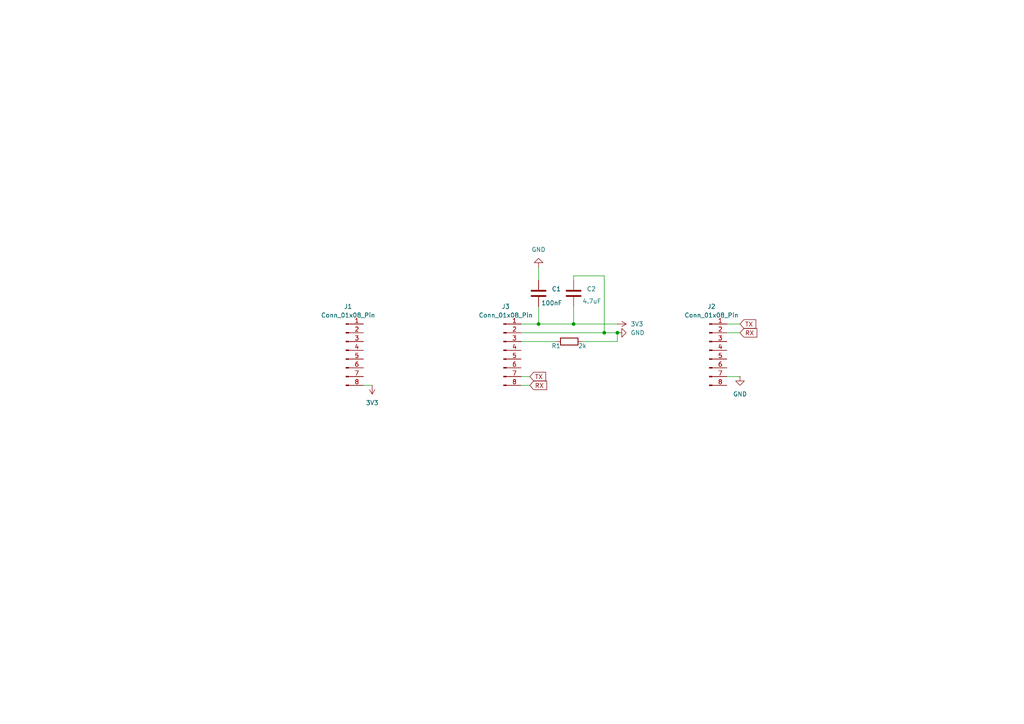
<source format=kicad_sch>
(kicad_sch
	(version 20250114)
	(generator "eeschema")
	(generator_version "9.0")
	(uuid "6fdfabde-dace-49e2-be1e-6bcc05afea3d")
	(paper "A4")
	(lib_symbols
		(symbol "Connector:Conn_01x08_Pin"
			(pin_names
				(offset 1.016)
				(hide yes)
			)
			(exclude_from_sim no)
			(in_bom yes)
			(on_board yes)
			(property "Reference" "J"
				(at 0 10.16 0)
				(effects
					(font
						(size 1.27 1.27)
					)
				)
			)
			(property "Value" "Conn_01x08_Pin"
				(at 0 -12.7 0)
				(effects
					(font
						(size 1.27 1.27)
					)
				)
			)
			(property "Footprint" ""
				(at 0 0 0)
				(effects
					(font
						(size 1.27 1.27)
					)
					(hide yes)
				)
			)
			(property "Datasheet" "~"
				(at 0 0 0)
				(effects
					(font
						(size 1.27 1.27)
					)
					(hide yes)
				)
			)
			(property "Description" "Generic connector, single row, 01x08, script generated"
				(at 0 0 0)
				(effects
					(font
						(size 1.27 1.27)
					)
					(hide yes)
				)
			)
			(property "ki_locked" ""
				(at 0 0 0)
				(effects
					(font
						(size 1.27 1.27)
					)
				)
			)
			(property "ki_keywords" "connector"
				(at 0 0 0)
				(effects
					(font
						(size 1.27 1.27)
					)
					(hide yes)
				)
			)
			(property "ki_fp_filters" "Connector*:*_1x??_*"
				(at 0 0 0)
				(effects
					(font
						(size 1.27 1.27)
					)
					(hide yes)
				)
			)
			(symbol "Conn_01x08_Pin_1_1"
				(rectangle
					(start 0.8636 7.747)
					(end 0 7.493)
					(stroke
						(width 0.1524)
						(type default)
					)
					(fill
						(type outline)
					)
				)
				(rectangle
					(start 0.8636 5.207)
					(end 0 4.953)
					(stroke
						(width 0.1524)
						(type default)
					)
					(fill
						(type outline)
					)
				)
				(rectangle
					(start 0.8636 2.667)
					(end 0 2.413)
					(stroke
						(width 0.1524)
						(type default)
					)
					(fill
						(type outline)
					)
				)
				(rectangle
					(start 0.8636 0.127)
					(end 0 -0.127)
					(stroke
						(width 0.1524)
						(type default)
					)
					(fill
						(type outline)
					)
				)
				(rectangle
					(start 0.8636 -2.413)
					(end 0 -2.667)
					(stroke
						(width 0.1524)
						(type default)
					)
					(fill
						(type outline)
					)
				)
				(rectangle
					(start 0.8636 -4.953)
					(end 0 -5.207)
					(stroke
						(width 0.1524)
						(type default)
					)
					(fill
						(type outline)
					)
				)
				(rectangle
					(start 0.8636 -7.493)
					(end 0 -7.747)
					(stroke
						(width 0.1524)
						(type default)
					)
					(fill
						(type outline)
					)
				)
				(rectangle
					(start 0.8636 -10.033)
					(end 0 -10.287)
					(stroke
						(width 0.1524)
						(type default)
					)
					(fill
						(type outline)
					)
				)
				(polyline
					(pts
						(xy 1.27 7.62) (xy 0.8636 7.62)
					)
					(stroke
						(width 0.1524)
						(type default)
					)
					(fill
						(type none)
					)
				)
				(polyline
					(pts
						(xy 1.27 5.08) (xy 0.8636 5.08)
					)
					(stroke
						(width 0.1524)
						(type default)
					)
					(fill
						(type none)
					)
				)
				(polyline
					(pts
						(xy 1.27 2.54) (xy 0.8636 2.54)
					)
					(stroke
						(width 0.1524)
						(type default)
					)
					(fill
						(type none)
					)
				)
				(polyline
					(pts
						(xy 1.27 0) (xy 0.8636 0)
					)
					(stroke
						(width 0.1524)
						(type default)
					)
					(fill
						(type none)
					)
				)
				(polyline
					(pts
						(xy 1.27 -2.54) (xy 0.8636 -2.54)
					)
					(stroke
						(width 0.1524)
						(type default)
					)
					(fill
						(type none)
					)
				)
				(polyline
					(pts
						(xy 1.27 -5.08) (xy 0.8636 -5.08)
					)
					(stroke
						(width 0.1524)
						(type default)
					)
					(fill
						(type none)
					)
				)
				(polyline
					(pts
						(xy 1.27 -7.62) (xy 0.8636 -7.62)
					)
					(stroke
						(width 0.1524)
						(type default)
					)
					(fill
						(type none)
					)
				)
				(polyline
					(pts
						(xy 1.27 -10.16) (xy 0.8636 -10.16)
					)
					(stroke
						(width 0.1524)
						(type default)
					)
					(fill
						(type none)
					)
				)
				(pin passive line
					(at 5.08 7.62 180)
					(length 3.81)
					(name "Pin_1"
						(effects
							(font
								(size 1.27 1.27)
							)
						)
					)
					(number "1"
						(effects
							(font
								(size 1.27 1.27)
							)
						)
					)
				)
				(pin passive line
					(at 5.08 5.08 180)
					(length 3.81)
					(name "Pin_2"
						(effects
							(font
								(size 1.27 1.27)
							)
						)
					)
					(number "2"
						(effects
							(font
								(size 1.27 1.27)
							)
						)
					)
				)
				(pin passive line
					(at 5.08 2.54 180)
					(length 3.81)
					(name "Pin_3"
						(effects
							(font
								(size 1.27 1.27)
							)
						)
					)
					(number "3"
						(effects
							(font
								(size 1.27 1.27)
							)
						)
					)
				)
				(pin passive line
					(at 5.08 0 180)
					(length 3.81)
					(name "Pin_4"
						(effects
							(font
								(size 1.27 1.27)
							)
						)
					)
					(number "4"
						(effects
							(font
								(size 1.27 1.27)
							)
						)
					)
				)
				(pin passive line
					(at 5.08 -2.54 180)
					(length 3.81)
					(name "Pin_5"
						(effects
							(font
								(size 1.27 1.27)
							)
						)
					)
					(number "5"
						(effects
							(font
								(size 1.27 1.27)
							)
						)
					)
				)
				(pin passive line
					(at 5.08 -5.08 180)
					(length 3.81)
					(name "Pin_6"
						(effects
							(font
								(size 1.27 1.27)
							)
						)
					)
					(number "6"
						(effects
							(font
								(size 1.27 1.27)
							)
						)
					)
				)
				(pin passive line
					(at 5.08 -7.62 180)
					(length 3.81)
					(name "Pin_7"
						(effects
							(font
								(size 1.27 1.27)
							)
						)
					)
					(number "7"
						(effects
							(font
								(size 1.27 1.27)
							)
						)
					)
				)
				(pin passive line
					(at 5.08 -10.16 180)
					(length 3.81)
					(name "Pin_8"
						(effects
							(font
								(size 1.27 1.27)
							)
						)
					)
					(number "8"
						(effects
							(font
								(size 1.27 1.27)
							)
						)
					)
				)
			)
			(embedded_fonts no)
		)
		(symbol "Device:C"
			(pin_numbers
				(hide yes)
			)
			(pin_names
				(offset 0.254)
			)
			(exclude_from_sim no)
			(in_bom yes)
			(on_board yes)
			(property "Reference" "C"
				(at 0.635 2.54 0)
				(effects
					(font
						(size 1.27 1.27)
					)
					(justify left)
				)
			)
			(property "Value" "C"
				(at 0.635 -2.54 0)
				(effects
					(font
						(size 1.27 1.27)
					)
					(justify left)
				)
			)
			(property "Footprint" ""
				(at 0.9652 -3.81 0)
				(effects
					(font
						(size 1.27 1.27)
					)
					(hide yes)
				)
			)
			(property "Datasheet" "~"
				(at 0 0 0)
				(effects
					(font
						(size 1.27 1.27)
					)
					(hide yes)
				)
			)
			(property "Description" "Unpolarized capacitor"
				(at 0 0 0)
				(effects
					(font
						(size 1.27 1.27)
					)
					(hide yes)
				)
			)
			(property "ki_keywords" "cap capacitor"
				(at 0 0 0)
				(effects
					(font
						(size 1.27 1.27)
					)
					(hide yes)
				)
			)
			(property "ki_fp_filters" "C_*"
				(at 0 0 0)
				(effects
					(font
						(size 1.27 1.27)
					)
					(hide yes)
				)
			)
			(symbol "C_0_1"
				(polyline
					(pts
						(xy -2.032 0.762) (xy 2.032 0.762)
					)
					(stroke
						(width 0.508)
						(type default)
					)
					(fill
						(type none)
					)
				)
				(polyline
					(pts
						(xy -2.032 -0.762) (xy 2.032 -0.762)
					)
					(stroke
						(width 0.508)
						(type default)
					)
					(fill
						(type none)
					)
				)
			)
			(symbol "C_1_1"
				(pin passive line
					(at 0 3.81 270)
					(length 2.794)
					(name "~"
						(effects
							(font
								(size 1.27 1.27)
							)
						)
					)
					(number "1"
						(effects
							(font
								(size 1.27 1.27)
							)
						)
					)
				)
				(pin passive line
					(at 0 -3.81 90)
					(length 2.794)
					(name "~"
						(effects
							(font
								(size 1.27 1.27)
							)
						)
					)
					(number "2"
						(effects
							(font
								(size 1.27 1.27)
							)
						)
					)
				)
			)
			(embedded_fonts no)
		)
		(symbol "Device:R"
			(pin_numbers
				(hide yes)
			)
			(pin_names
				(offset 0)
			)
			(exclude_from_sim no)
			(in_bom yes)
			(on_board yes)
			(property "Reference" "R"
				(at 2.032 0 90)
				(effects
					(font
						(size 1.27 1.27)
					)
				)
			)
			(property "Value" "R"
				(at 0 0 90)
				(effects
					(font
						(size 1.27 1.27)
					)
				)
			)
			(property "Footprint" ""
				(at -1.778 0 90)
				(effects
					(font
						(size 1.27 1.27)
					)
					(hide yes)
				)
			)
			(property "Datasheet" "~"
				(at 0 0 0)
				(effects
					(font
						(size 1.27 1.27)
					)
					(hide yes)
				)
			)
			(property "Description" "Resistor"
				(at 0 0 0)
				(effects
					(font
						(size 1.27 1.27)
					)
					(hide yes)
				)
			)
			(property "ki_keywords" "R res resistor"
				(at 0 0 0)
				(effects
					(font
						(size 1.27 1.27)
					)
					(hide yes)
				)
			)
			(property "ki_fp_filters" "R_*"
				(at 0 0 0)
				(effects
					(font
						(size 1.27 1.27)
					)
					(hide yes)
				)
			)
			(symbol "R_0_1"
				(rectangle
					(start -1.016 -2.54)
					(end 1.016 2.54)
					(stroke
						(width 0.254)
						(type default)
					)
					(fill
						(type none)
					)
				)
			)
			(symbol "R_1_1"
				(pin passive line
					(at 0 3.81 270)
					(length 1.27)
					(name "~"
						(effects
							(font
								(size 1.27 1.27)
							)
						)
					)
					(number "1"
						(effects
							(font
								(size 1.27 1.27)
							)
						)
					)
				)
				(pin passive line
					(at 0 -3.81 90)
					(length 1.27)
					(name "~"
						(effects
							(font
								(size 1.27 1.27)
							)
						)
					)
					(number "2"
						(effects
							(font
								(size 1.27 1.27)
							)
						)
					)
				)
			)
			(embedded_fonts no)
		)
		(symbol "power:GND"
			(power)
			(pin_numbers
				(hide yes)
			)
			(pin_names
				(offset 0)
				(hide yes)
			)
			(exclude_from_sim no)
			(in_bom yes)
			(on_board yes)
			(property "Reference" "#PWR"
				(at 0 -6.35 0)
				(effects
					(font
						(size 1.27 1.27)
					)
					(hide yes)
				)
			)
			(property "Value" "GND"
				(at 0 -3.81 0)
				(effects
					(font
						(size 1.27 1.27)
					)
				)
			)
			(property "Footprint" ""
				(at 0 0 0)
				(effects
					(font
						(size 1.27 1.27)
					)
					(hide yes)
				)
			)
			(property "Datasheet" ""
				(at 0 0 0)
				(effects
					(font
						(size 1.27 1.27)
					)
					(hide yes)
				)
			)
			(property "Description" "Power symbol creates a global label with name \"GND\" , ground"
				(at 0 0 0)
				(effects
					(font
						(size 1.27 1.27)
					)
					(hide yes)
				)
			)
			(property "ki_keywords" "global power"
				(at 0 0 0)
				(effects
					(font
						(size 1.27 1.27)
					)
					(hide yes)
				)
			)
			(symbol "GND_0_1"
				(polyline
					(pts
						(xy 0 0) (xy 0 -1.27) (xy 1.27 -1.27) (xy 0 -2.54) (xy -1.27 -1.27) (xy 0 -1.27)
					)
					(stroke
						(width 0)
						(type default)
					)
					(fill
						(type none)
					)
				)
			)
			(symbol "GND_1_1"
				(pin power_in line
					(at 0 0 270)
					(length 0)
					(name "~"
						(effects
							(font
								(size 1.27 1.27)
							)
						)
					)
					(number "1"
						(effects
							(font
								(size 1.27 1.27)
							)
						)
					)
				)
			)
			(embedded_fonts no)
		)
		(symbol "power:VCC"
			(power)
			(pin_numbers
				(hide yes)
			)
			(pin_names
				(offset 0)
				(hide yes)
			)
			(exclude_from_sim no)
			(in_bom yes)
			(on_board yes)
			(property "Reference" "#PWR"
				(at 0 -3.81 0)
				(effects
					(font
						(size 1.27 1.27)
					)
					(hide yes)
				)
			)
			(property "Value" "VCC"
				(at 0 3.556 0)
				(effects
					(font
						(size 1.27 1.27)
					)
				)
			)
			(property "Footprint" ""
				(at 0 0 0)
				(effects
					(font
						(size 1.27 1.27)
					)
					(hide yes)
				)
			)
			(property "Datasheet" ""
				(at 0 0 0)
				(effects
					(font
						(size 1.27 1.27)
					)
					(hide yes)
				)
			)
			(property "Description" "Power symbol creates a global label with name \"VCC\""
				(at 0 0 0)
				(effects
					(font
						(size 1.27 1.27)
					)
					(hide yes)
				)
			)
			(property "ki_keywords" "global power"
				(at 0 0 0)
				(effects
					(font
						(size 1.27 1.27)
					)
					(hide yes)
				)
			)
			(symbol "VCC_0_1"
				(polyline
					(pts
						(xy -0.762 1.27) (xy 0 2.54)
					)
					(stroke
						(width 0)
						(type default)
					)
					(fill
						(type none)
					)
				)
				(polyline
					(pts
						(xy 0 2.54) (xy 0.762 1.27)
					)
					(stroke
						(width 0)
						(type default)
					)
					(fill
						(type none)
					)
				)
				(polyline
					(pts
						(xy 0 0) (xy 0 2.54)
					)
					(stroke
						(width 0)
						(type default)
					)
					(fill
						(type none)
					)
				)
			)
			(symbol "VCC_1_1"
				(pin power_in line
					(at 0 0 90)
					(length 0)
					(name "~"
						(effects
							(font
								(size 1.27 1.27)
							)
						)
					)
					(number "1"
						(effects
							(font
								(size 1.27 1.27)
							)
						)
					)
				)
			)
			(embedded_fonts no)
		)
	)
	(junction
		(at 179.07 96.52)
		(diameter 0)
		(color 0 0 0 0)
		(uuid "334287f5-c794-49dd-8582-9b74981e4695")
	)
	(junction
		(at 166.37 93.98)
		(diameter 0)
		(color 0 0 0 0)
		(uuid "511e0ef0-6180-4fae-88bf-9dfebde42874")
	)
	(junction
		(at 156.21 93.98)
		(diameter 0)
		(color 0 0 0 0)
		(uuid "7374e239-f296-482d-8806-fbc2f950de72")
	)
	(junction
		(at 175.26 96.52)
		(diameter 0)
		(color 0 0 0 0)
		(uuid "92e38471-93f6-4788-93ef-d6eddfe88b88")
	)
	(wire
		(pts
			(xy 168.91 99.06) (xy 179.07 99.06)
		)
		(stroke
			(width 0)
			(type default)
		)
		(uuid "071aef62-c038-4f54-a5e6-f75f8ad35630")
	)
	(wire
		(pts
			(xy 166.37 80.01) (xy 166.37 81.28)
		)
		(stroke
			(width 0)
			(type default)
		)
		(uuid "2763bdc3-ef84-4d1e-9ae3-15072310e4e2")
	)
	(wire
		(pts
			(xy 151.13 96.52) (xy 175.26 96.52)
		)
		(stroke
			(width 0)
			(type default)
		)
		(uuid "2f17be6f-55c2-4850-9767-99d5ba049199")
	)
	(wire
		(pts
			(xy 151.13 93.98) (xy 156.21 93.98)
		)
		(stroke
			(width 0)
			(type default)
		)
		(uuid "5a21d708-89bb-4e91-8fbc-0689d10076f0")
	)
	(wire
		(pts
			(xy 156.21 88.9) (xy 156.21 93.98)
		)
		(stroke
			(width 0)
			(type default)
		)
		(uuid "5f2140bf-8346-40dd-9ee0-2664534b54df")
	)
	(wire
		(pts
			(xy 156.21 93.98) (xy 166.37 93.98)
		)
		(stroke
			(width 0)
			(type default)
		)
		(uuid "69b39114-0a9c-4532-964f-d8ab3877a232")
	)
	(wire
		(pts
			(xy 151.13 109.22) (xy 153.67 109.22)
		)
		(stroke
			(width 0)
			(type default)
		)
		(uuid "6efde0e6-4c77-41f6-a455-feb57b61af96")
	)
	(wire
		(pts
			(xy 151.13 111.76) (xy 153.67 111.76)
		)
		(stroke
			(width 0)
			(type default)
		)
		(uuid "99684788-35f6-4df9-b20e-2edfed7fe150")
	)
	(wire
		(pts
			(xy 166.37 93.98) (xy 179.07 93.98)
		)
		(stroke
			(width 0)
			(type default)
		)
		(uuid "a50cf8d0-09ce-4567-8c4d-648f3d292c9b")
	)
	(wire
		(pts
			(xy 179.07 99.06) (xy 179.07 96.52)
		)
		(stroke
			(width 0)
			(type default)
		)
		(uuid "b5488d98-5104-4869-a5c5-78f4af750987")
	)
	(wire
		(pts
			(xy 175.26 80.01) (xy 175.26 96.52)
		)
		(stroke
			(width 0)
			(type default)
		)
		(uuid "b61895dc-9592-4e29-84e7-0e21d9da3c6f")
	)
	(wire
		(pts
			(xy 166.37 80.01) (xy 175.26 80.01)
		)
		(stroke
			(width 0)
			(type default)
		)
		(uuid "c19c6b29-907f-45d2-814b-3902cb683de8")
	)
	(wire
		(pts
			(xy 166.37 88.9) (xy 166.37 93.98)
		)
		(stroke
			(width 0)
			(type default)
		)
		(uuid "c3daad1f-bf7e-4502-8c8c-eb47cafb3e7b")
	)
	(wire
		(pts
			(xy 105.41 111.76) (xy 107.95 111.76)
		)
		(stroke
			(width 0)
			(type default)
		)
		(uuid "d3478f21-8140-460a-94e4-436420ec2ad9")
	)
	(wire
		(pts
			(xy 151.13 99.06) (xy 161.29 99.06)
		)
		(stroke
			(width 0)
			(type default)
		)
		(uuid "d524eadd-8b5d-4cf5-9285-58578daf5ed5")
	)
	(wire
		(pts
			(xy 210.82 96.52) (xy 214.63 96.52)
		)
		(stroke
			(width 0)
			(type default)
		)
		(uuid "ed107c58-2883-413f-a02b-c9581e9a1d52")
	)
	(wire
		(pts
			(xy 210.82 109.22) (xy 214.63 109.22)
		)
		(stroke
			(width 0)
			(type default)
		)
		(uuid "f154d2b1-aa05-427c-ac30-4cdb6bec608a")
	)
	(wire
		(pts
			(xy 210.82 93.98) (xy 214.63 93.98)
		)
		(stroke
			(width 0)
			(type default)
		)
		(uuid "f5249e06-61a0-47a8-9878-e1677457a278")
	)
	(wire
		(pts
			(xy 175.26 96.52) (xy 179.07 96.52)
		)
		(stroke
			(width 0)
			(type default)
		)
		(uuid "f905821f-0b08-42d1-95b6-987daeda5830")
	)
	(wire
		(pts
			(xy 156.21 77.47) (xy 156.21 81.28)
		)
		(stroke
			(width 0)
			(type default)
		)
		(uuid "ff9fa35e-b5e4-4547-9bc0-87625f6a5185")
	)
	(global_label "TX"
		(shape input)
		(at 214.63 93.98 0)
		(fields_autoplaced yes)
		(effects
			(font
				(size 1.27 1.27)
			)
			(justify left)
		)
		(uuid "0912d337-61f1-48b5-96a8-5c0f34bf2a42")
		(property "Intersheetrefs" "${INTERSHEET_REFS}"
			(at 219.7923 93.98 0)
			(effects
				(font
					(size 1.27 1.27)
				)
				(justify left)
				(hide yes)
			)
		)
	)
	(global_label "TX"
		(shape input)
		(at 153.67 109.22 0)
		(fields_autoplaced yes)
		(effects
			(font
				(size 1.27 1.27)
			)
			(justify left)
		)
		(uuid "89c90ee6-3629-436d-a03a-80c1a935737c")
		(property "Intersheetrefs" "${INTERSHEET_REFS}"
			(at 158.8323 109.22 0)
			(effects
				(font
					(size 1.27 1.27)
				)
				(justify left)
				(hide yes)
			)
		)
	)
	(global_label "RX"
		(shape input)
		(at 153.67 111.76 0)
		(fields_autoplaced yes)
		(effects
			(font
				(size 1.27 1.27)
			)
			(justify left)
		)
		(uuid "90e11d59-c37f-4dbb-9aeb-e9b9a2f45089")
		(property "Intersheetrefs" "${INTERSHEET_REFS}"
			(at 159.1347 111.76 0)
			(effects
				(font
					(size 1.27 1.27)
				)
				(justify left)
				(hide yes)
			)
		)
	)
	(global_label "RX"
		(shape input)
		(at 214.63 96.52 0)
		(fields_autoplaced yes)
		(effects
			(font
				(size 1.27 1.27)
			)
			(justify left)
		)
		(uuid "d8d96718-c37a-42e7-af23-7c0fec08dcb5")
		(property "Intersheetrefs" "${INTERSHEET_REFS}"
			(at 220.0947 96.52 0)
			(effects
				(font
					(size 1.27 1.27)
				)
				(justify left)
				(hide yes)
			)
		)
	)
	(symbol
		(lib_id "power:GND")
		(at 179.07 96.52 90)
		(unit 1)
		(exclude_from_sim no)
		(in_bom yes)
		(on_board yes)
		(dnp no)
		(fields_autoplaced yes)
		(uuid "00c85d0b-19d1-4f72-8e17-6dd5aeb9bf00")
		(property "Reference" "#PWR04"
			(at 185.42 96.52 0)
			(effects
				(font
					(size 1.27 1.27)
				)
				(hide yes)
			)
		)
		(property "Value" "GND"
			(at 182.88 96.5199 90)
			(effects
				(font
					(size 1.27 1.27)
				)
				(justify right)
			)
		)
		(property "Footprint" ""
			(at 179.07 96.52 0)
			(effects
				(font
					(size 1.27 1.27)
				)
				(hide yes)
			)
		)
		(property "Datasheet" ""
			(at 179.07 96.52 0)
			(effects
				(font
					(size 1.27 1.27)
				)
				(hide yes)
			)
		)
		(property "Description" "Power symbol creates a global label with name \"GND\" , ground"
			(at 179.07 96.52 0)
			(effects
				(font
					(size 1.27 1.27)
				)
				(hide yes)
			)
		)
		(pin "1"
			(uuid "6202211c-4781-43c4-9577-2c44405ff190")
		)
		(instances
			(project "LD6002 Radar Sensor"
				(path "/6fdfabde-dace-49e2-be1e-6bcc05afea3d"
					(reference "#PWR04")
					(unit 1)
				)
			)
		)
	)
	(symbol
		(lib_id "Device:C")
		(at 156.21 85.09 0)
		(unit 1)
		(exclude_from_sim no)
		(in_bom yes)
		(on_board yes)
		(dnp no)
		(uuid "06127331-8def-4d8d-99f9-b996574844c1")
		(property "Reference" "C1"
			(at 160.02 83.8199 0)
			(effects
				(font
					(size 1.27 1.27)
				)
				(justify left)
			)
		)
		(property "Value" "100nF"
			(at 156.972 87.884 0)
			(effects
				(font
					(size 1.27 1.27)
				)
				(justify left)
			)
		)
		(property "Footprint" "Capacitor_SMD:C_0603_1608Metric"
			(at 157.1752 88.9 0)
			(effects
				(font
					(size 1.27 1.27)
				)
				(hide yes)
			)
		)
		(property "Datasheet" "~"
			(at 156.21 85.09 0)
			(effects
				(font
					(size 1.27 1.27)
				)
				(hide yes)
			)
		)
		(property "Description" "Unpolarized capacitor"
			(at 156.21 85.09 0)
			(effects
				(font
					(size 1.27 1.27)
				)
				(hide yes)
			)
		)
		(pin "2"
			(uuid "9b58ed6f-cf5d-4408-96dd-61c3fea6c43c")
		)
		(pin "1"
			(uuid "02ea404d-4edc-439b-9e8f-697756901561")
		)
		(instances
			(project ""
				(path "/6fdfabde-dace-49e2-be1e-6bcc05afea3d"
					(reference "C1")
					(unit 1)
				)
			)
		)
	)
	(symbol
		(lib_id "Connector:Conn_01x08_Pin")
		(at 100.33 101.6 0)
		(unit 1)
		(exclude_from_sim no)
		(in_bom yes)
		(on_board yes)
		(dnp no)
		(fields_autoplaced yes)
		(uuid "26775412-bf80-4546-a466-740c6ff96021")
		(property "Reference" "J1"
			(at 100.965 88.9 0)
			(effects
				(font
					(size 1.27 1.27)
				)
			)
		)
		(property "Value" "Conn_01x08_Pin"
			(at 100.965 91.44 0)
			(effects
				(font
					(size 1.27 1.27)
				)
			)
		)
		(property "Footprint" "Connector_PinHeader_2.54mm:PinHeader_1x08_P2.54mm_Vertical"
			(at 100.33 101.6 0)
			(effects
				(font
					(size 1.27 1.27)
				)
				(hide yes)
			)
		)
		(property "Datasheet" "~"
			(at 100.33 101.6 0)
			(effects
				(font
					(size 1.27 1.27)
				)
				(hide yes)
			)
		)
		(property "Description" "Generic connector, single row, 01x08, script generated"
			(at 100.33 101.6 0)
			(effects
				(font
					(size 1.27 1.27)
				)
				(hide yes)
			)
		)
		(pin "5"
			(uuid "56a83d53-d26e-4802-bc2c-63bea9d8fa62")
		)
		(pin "4"
			(uuid "3dbc804e-d7b7-453b-8bab-8dbfb39e2f74")
		)
		(pin "6"
			(uuid "896e3c57-1214-452d-bcca-e32bb4e9f589")
		)
		(pin "2"
			(uuid "f7afdeee-1551-438b-b8cb-ddb2c617f8bb")
		)
		(pin "3"
			(uuid "6cc0e9f6-1887-4de8-a774-02d2dd07c9b7")
		)
		(pin "1"
			(uuid "19e3444b-5031-421f-a673-60101a133571")
		)
		(pin "7"
			(uuid "40eefc7a-4909-413a-bff9-4035c3c49a0f")
		)
		(pin "8"
			(uuid "2ba04dc1-715e-4699-b577-32028550121a")
		)
		(instances
			(project ""
				(path "/6fdfabde-dace-49e2-be1e-6bcc05afea3d"
					(reference "J1")
					(unit 1)
				)
			)
		)
	)
	(symbol
		(lib_id "Device:C")
		(at 166.37 85.09 0)
		(unit 1)
		(exclude_from_sim no)
		(in_bom yes)
		(on_board yes)
		(dnp no)
		(uuid "29226234-7993-4e60-bebc-171b9ff3a317")
		(property "Reference" "C2"
			(at 170.18 83.8199 0)
			(effects
				(font
					(size 1.27 1.27)
				)
				(justify left)
			)
		)
		(property "Value" "4.7uF"
			(at 168.91 87.376 0)
			(effects
				(font
					(size 1.27 1.27)
				)
				(justify left)
			)
		)
		(property "Footprint" "Capacitor_SMD:C_0603_1608Metric"
			(at 167.3352 88.9 0)
			(effects
				(font
					(size 1.27 1.27)
				)
				(hide yes)
			)
		)
		(property "Datasheet" "~"
			(at 166.37 85.09 0)
			(effects
				(font
					(size 1.27 1.27)
				)
				(hide yes)
			)
		)
		(property "Description" "Unpolarized capacitor"
			(at 166.37 85.09 0)
			(effects
				(font
					(size 1.27 1.27)
				)
				(hide yes)
			)
		)
		(pin "2"
			(uuid "429b7b2f-9aac-40a2-b387-678d4186c074")
		)
		(pin "1"
			(uuid "79e20f75-5430-423f-8d43-bbfda9d92a97")
		)
		(instances
			(project "LD6002 Radar Sensor"
				(path "/6fdfabde-dace-49e2-be1e-6bcc05afea3d"
					(reference "C2")
					(unit 1)
				)
			)
		)
	)
	(symbol
		(lib_id "Connector:Conn_01x08_Pin")
		(at 146.05 101.6 0)
		(unit 1)
		(exclude_from_sim no)
		(in_bom yes)
		(on_board yes)
		(dnp no)
		(fields_autoplaced yes)
		(uuid "7a72af16-010d-4d16-a5a6-3555117c4020")
		(property "Reference" "J3"
			(at 146.685 88.9 0)
			(effects
				(font
					(size 1.27 1.27)
				)
			)
		)
		(property "Value" "Conn_01x08_Pin"
			(at 146.685 91.44 0)
			(effects
				(font
					(size 1.27 1.27)
				)
			)
		)
		(property "Footprint" "Connector_PinHeader_2.00mm:PinHeader_1x08_P2.00mm_Vertical"
			(at 146.05 101.6 0)
			(effects
				(font
					(size 1.27 1.27)
				)
				(hide yes)
			)
		)
		(property "Datasheet" "~"
			(at 146.05 101.6 0)
			(effects
				(font
					(size 1.27 1.27)
				)
				(hide yes)
			)
		)
		(property "Description" "Generic connector, single row, 01x08, script generated"
			(at 146.05 101.6 0)
			(effects
				(font
					(size 1.27 1.27)
				)
				(hide yes)
			)
		)
		(pin "5"
			(uuid "1bad3ef1-4f7f-402f-9290-9c25b29bcbbc")
		)
		(pin "4"
			(uuid "f0c5bfd4-2e84-4bac-a46a-20e0216a6d31")
		)
		(pin "6"
			(uuid "bcb5ad05-908e-404b-bd33-f12a1d502f3a")
		)
		(pin "2"
			(uuid "c37979b9-1a16-4450-b3b0-b58ffc051595")
		)
		(pin "3"
			(uuid "3cdbc408-6d4b-445e-8d8e-c5d495ff10fc")
		)
		(pin "1"
			(uuid "beb3459c-04f2-4deb-a7b9-2ef6a452c292")
		)
		(pin "7"
			(uuid "d1585418-0a5f-4a04-a951-18b6d378b2bf")
		)
		(pin "8"
			(uuid "4a410fec-2a3a-4e7c-88b6-b5d0acc47c66")
		)
		(instances
			(project "LD6002 Radar Sensor"
				(path "/6fdfabde-dace-49e2-be1e-6bcc05afea3d"
					(reference "J3")
					(unit 1)
				)
			)
		)
	)
	(symbol
		(lib_id "power:VCC")
		(at 107.95 111.76 180)
		(unit 1)
		(exclude_from_sim no)
		(in_bom yes)
		(on_board yes)
		(dnp no)
		(fields_autoplaced yes)
		(uuid "7e74d10f-0580-4c74-93f0-e03bd1e45bef")
		(property "Reference" "#PWR02"
			(at 107.95 107.95 0)
			(effects
				(font
					(size 1.27 1.27)
				)
				(hide yes)
			)
		)
		(property "Value" "3V3"
			(at 107.95 116.84 0)
			(effects
				(font
					(size 1.27 1.27)
				)
			)
		)
		(property "Footprint" ""
			(at 107.95 111.76 0)
			(effects
				(font
					(size 1.27 1.27)
				)
				(hide yes)
			)
		)
		(property "Datasheet" ""
			(at 107.95 111.76 0)
			(effects
				(font
					(size 1.27 1.27)
				)
				(hide yes)
			)
		)
		(property "Description" "Power symbol creates a global label with name \"VCC\""
			(at 107.95 111.76 0)
			(effects
				(font
					(size 1.27 1.27)
				)
				(hide yes)
			)
		)
		(pin "1"
			(uuid "cbbbbdc6-5500-48a6-a04a-c36e172b468f")
		)
		(instances
			(project ""
				(path "/6fdfabde-dace-49e2-be1e-6bcc05afea3d"
					(reference "#PWR02")
					(unit 1)
				)
			)
		)
	)
	(symbol
		(lib_id "Device:R")
		(at 165.1 99.06 90)
		(unit 1)
		(exclude_from_sim no)
		(in_bom yes)
		(on_board yes)
		(dnp no)
		(uuid "801d0f91-6229-4a09-9193-2d51ea324791")
		(property "Reference" "R1"
			(at 161.29 100.33 90)
			(effects
				(font
					(size 1.27 1.27)
				)
			)
		)
		(property "Value" "2k"
			(at 168.91 100.33 90)
			(effects
				(font
					(size 1.27 1.27)
				)
			)
		)
		(property "Footprint" "Resistor_SMD:R_0603_1608Metric"
			(at 165.1 100.838 90)
			(effects
				(font
					(size 1.27 1.27)
				)
				(hide yes)
			)
		)
		(property "Datasheet" "~"
			(at 165.1 99.06 0)
			(effects
				(font
					(size 1.27 1.27)
				)
				(hide yes)
			)
		)
		(property "Description" "Resistor"
			(at 165.1 99.06 0)
			(effects
				(font
					(size 1.27 1.27)
				)
				(hide yes)
			)
		)
		(pin "1"
			(uuid "d9c5ddfb-1ea0-4cf3-827d-1383062c29ea")
		)
		(pin "2"
			(uuid "ad6ef7a2-130e-4964-a392-9fbc5ed9c393")
		)
		(instances
			(project ""
				(path "/6fdfabde-dace-49e2-be1e-6bcc05afea3d"
					(reference "R1")
					(unit 1)
				)
			)
		)
	)
	(symbol
		(lib_id "power:GND")
		(at 214.63 109.22 0)
		(unit 1)
		(exclude_from_sim no)
		(in_bom yes)
		(on_board yes)
		(dnp no)
		(fields_autoplaced yes)
		(uuid "be11c994-f9b7-48b6-b7c6-9039ee8286db")
		(property "Reference" "#PWR01"
			(at 214.63 115.57 0)
			(effects
				(font
					(size 1.27 1.27)
				)
				(hide yes)
			)
		)
		(property "Value" "GND"
			(at 214.63 114.3 0)
			(effects
				(font
					(size 1.27 1.27)
				)
			)
		)
		(property "Footprint" ""
			(at 214.63 109.22 0)
			(effects
				(font
					(size 1.27 1.27)
				)
				(hide yes)
			)
		)
		(property "Datasheet" ""
			(at 214.63 109.22 0)
			(effects
				(font
					(size 1.27 1.27)
				)
				(hide yes)
			)
		)
		(property "Description" "Power symbol creates a global label with name \"GND\" , ground"
			(at 214.63 109.22 0)
			(effects
				(font
					(size 1.27 1.27)
				)
				(hide yes)
			)
		)
		(pin "1"
			(uuid "feac95f0-5c57-40b3-9520-ee9cde8e734f")
		)
		(instances
			(project ""
				(path "/6fdfabde-dace-49e2-be1e-6bcc05afea3d"
					(reference "#PWR01")
					(unit 1)
				)
			)
		)
	)
	(symbol
		(lib_id "Connector:Conn_01x08_Pin")
		(at 205.74 101.6 0)
		(unit 1)
		(exclude_from_sim no)
		(in_bom yes)
		(on_board yes)
		(dnp no)
		(fields_autoplaced yes)
		(uuid "bf644b65-3dca-49cc-a54b-7fefa8758365")
		(property "Reference" "J2"
			(at 206.375 88.9 0)
			(effects
				(font
					(size 1.27 1.27)
				)
			)
		)
		(property "Value" "Conn_01x08_Pin"
			(at 206.375 91.44 0)
			(effects
				(font
					(size 1.27 1.27)
				)
			)
		)
		(property "Footprint" "Connector_PinHeader_2.54mm:PinHeader_1x08_P2.54mm_Vertical"
			(at 205.74 101.6 0)
			(effects
				(font
					(size 1.27 1.27)
				)
				(hide yes)
			)
		)
		(property "Datasheet" "~"
			(at 205.74 101.6 0)
			(effects
				(font
					(size 1.27 1.27)
				)
				(hide yes)
			)
		)
		(property "Description" "Generic connector, single row, 01x08, script generated"
			(at 205.74 101.6 0)
			(effects
				(font
					(size 1.27 1.27)
				)
				(hide yes)
			)
		)
		(pin "5"
			(uuid "8ccc55e7-b57a-4d9c-b3d2-cdb3afd2d007")
		)
		(pin "4"
			(uuid "9ed8ae91-5609-4707-959a-24e1ec8559df")
		)
		(pin "6"
			(uuid "b9c339c2-86d1-4f0c-86ac-854ba9aca44a")
		)
		(pin "2"
			(uuid "29b0f8f8-827d-48fe-bda4-64a9175ca688")
		)
		(pin "3"
			(uuid "d9a77ccf-47ce-4d59-9ec7-38a0d5a02e25")
		)
		(pin "1"
			(uuid "2381b89c-fcb7-49e4-a06c-c920425f3f5c")
		)
		(pin "7"
			(uuid "4a554250-d7f0-4177-8814-5cd93fdfc0b1")
		)
		(pin "8"
			(uuid "8fceb07d-cf42-4c75-82ca-510153cff6e1")
		)
		(instances
			(project "LD6002 Radar Sensor"
				(path "/6fdfabde-dace-49e2-be1e-6bcc05afea3d"
					(reference "J2")
					(unit 1)
				)
			)
		)
	)
	(symbol
		(lib_id "power:GND")
		(at 156.21 77.47 180)
		(unit 1)
		(exclude_from_sim no)
		(in_bom yes)
		(on_board yes)
		(dnp no)
		(fields_autoplaced yes)
		(uuid "c7f85b38-63bc-4ceb-bbcf-9b4f21970b91")
		(property "Reference" "#PWR06"
			(at 156.21 71.12 0)
			(effects
				(font
					(size 1.27 1.27)
				)
				(hide yes)
			)
		)
		(property "Value" "GND"
			(at 156.21 72.39 0)
			(effects
				(font
					(size 1.27 1.27)
				)
			)
		)
		(property "Footprint" ""
			(at 156.21 77.47 0)
			(effects
				(font
					(size 1.27 1.27)
				)
				(hide yes)
			)
		)
		(property "Datasheet" ""
			(at 156.21 77.47 0)
			(effects
				(font
					(size 1.27 1.27)
				)
				(hide yes)
			)
		)
		(property "Description" "Power symbol creates a global label with name \"GND\" , ground"
			(at 156.21 77.47 0)
			(effects
				(font
					(size 1.27 1.27)
				)
				(hide yes)
			)
		)
		(pin "1"
			(uuid "041229ad-1c33-4598-943e-f753ec0aa5f0")
		)
		(instances
			(project "LD6002 Radar Sensor"
				(path "/6fdfabde-dace-49e2-be1e-6bcc05afea3d"
					(reference "#PWR06")
					(unit 1)
				)
			)
		)
	)
	(symbol
		(lib_id "power:VCC")
		(at 179.07 93.98 270)
		(unit 1)
		(exclude_from_sim no)
		(in_bom yes)
		(on_board yes)
		(dnp no)
		(fields_autoplaced yes)
		(uuid "dc2590ac-7005-409b-876b-1883220e06e4")
		(property "Reference" "#PWR03"
			(at 175.26 93.98 0)
			(effects
				(font
					(size 1.27 1.27)
				)
				(hide yes)
			)
		)
		(property "Value" "3V3"
			(at 182.88 93.9799 90)
			(effects
				(font
					(size 1.27 1.27)
				)
				(justify left)
			)
		)
		(property "Footprint" ""
			(at 179.07 93.98 0)
			(effects
				(font
					(size 1.27 1.27)
				)
				(hide yes)
			)
		)
		(property "Datasheet" ""
			(at 179.07 93.98 0)
			(effects
				(font
					(size 1.27 1.27)
				)
				(hide yes)
			)
		)
		(property "Description" "Power symbol creates a global label with name \"VCC\""
			(at 179.07 93.98 0)
			(effects
				(font
					(size 1.27 1.27)
				)
				(hide yes)
			)
		)
		(pin "1"
			(uuid "b259bd26-6cc5-426b-b5f8-049a35fc2b81")
		)
		(instances
			(project "LD6002 Radar Sensor"
				(path "/6fdfabde-dace-49e2-be1e-6bcc05afea3d"
					(reference "#PWR03")
					(unit 1)
				)
			)
		)
	)
	(sheet_instances
		(path "/"
			(page "1")
		)
	)
	(embedded_fonts no)
)

</source>
